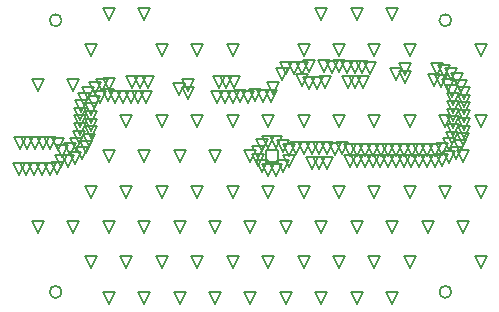
<source format=gbr>
G04*
G04 #@! TF.GenerationSoftware,Altium Limited,Altium Designer,24.9.1 (31)*
G04*
G04 Layer_Color=2752767*
%FSLAX25Y25*%
%MOIN*%
G70*
G04*
G04 #@! TF.SameCoordinates,21B9ACB0-0D47-4127-AC64-11D31CE697AE*
G04*
G04*
G04 #@! TF.FilePolarity,Positive*
G04*
G01*
G75*
%ADD49C,0.00500*%
%ADD50C,0.00667*%
D49*
X123197Y57161D02*
Y61161D01*
X127197D01*
Y57161D01*
X123197D01*
X169747Y86000D02*
X167747Y90000D01*
X171747D01*
X169747Y86000D01*
X169669Y83426D02*
X167669Y87426D01*
X171669D01*
X169669Y83426D01*
X179209Y82528D02*
X177209Y86528D01*
X181209D01*
X179209Y82528D01*
X181755Y82144D02*
X179755Y86144D01*
X183755D01*
X181755Y82144D01*
X183931Y80768D02*
X181931Y84768D01*
X185931D01*
X183931Y80768D01*
X185318Y78599D02*
X183318Y82599D01*
X187318D01*
X185318Y78599D01*
X185709Y76054D02*
X183709Y80054D01*
X187709D01*
X185709Y76054D01*
Y73479D02*
X183709Y77479D01*
X187709D01*
X185709Y73479D01*
Y70904D02*
X183709Y74904D01*
X187709D01*
X185709Y70904D01*
Y68329D02*
X183709Y72329D01*
X187709D01*
X185709Y68329D01*
Y65755D02*
X183709Y69755D01*
X187709D01*
X185709Y65755D01*
X185411Y63197D02*
X183411Y67197D01*
X187411D01*
X185411Y63197D01*
X184133Y60962D02*
X182133Y64962D01*
X186133D01*
X184133Y60962D01*
X182048Y59452D02*
X180048Y63452D01*
X184048D01*
X182048Y59452D01*
X179520Y58960D02*
X177520Y62960D01*
X181520D01*
X179520Y58960D01*
X176945D02*
X174945Y62960D01*
X178946D01*
X176945Y58960D01*
X174371D02*
X172371Y62960D01*
X176371D01*
X174371Y58960D01*
X171796D02*
X169796Y62960D01*
X173796D01*
X171796Y58960D01*
X169221D02*
X167221Y62960D01*
X171221D01*
X169221Y58960D01*
X166646D02*
X164646Y62960D01*
X168646D01*
X166646Y58960D01*
X164072D02*
X162072Y62960D01*
X166071D01*
X164072Y58960D01*
X161497D02*
X159497Y62960D01*
X163497D01*
X161497Y58960D01*
X158922D02*
X156922Y62960D01*
X160922D01*
X158922Y58960D01*
X156347D02*
X154347Y62960D01*
X158347D01*
X156347Y58960D01*
X153772D02*
X151772Y62960D01*
X155772D01*
X153772Y58960D01*
X151198D02*
X149197Y62960D01*
X153198D01*
X151198Y58960D01*
X148755Y59773D02*
X146755Y63773D01*
X150754D01*
X148755Y59773D01*
X146226Y59288D02*
X144226Y63288D01*
X148226D01*
X146226Y59288D01*
X143683Y59694D02*
X141683Y63695D01*
X145683D01*
X143683Y59694D01*
X141109Y59693D02*
X139109Y63693D01*
X143109D01*
X141109Y59693D01*
X138534Y59694D02*
X136534Y63695D01*
X140534D01*
X138534Y59694D01*
X135959Y59716D02*
X133959Y63716D01*
X137959D01*
X135959Y59716D01*
X133385Y59773D02*
X131385Y63773D01*
X135385D01*
X133385Y59773D01*
X130942Y58960D02*
X128942Y62960D01*
X132942D01*
X130942Y58960D01*
X128819Y60417D02*
X126819Y64417D01*
X130819D01*
X128819Y60417D01*
X126655Y61813D02*
X124655Y65813D01*
X128656D01*
X126655Y61813D01*
X124083Y61909D02*
X122082Y65909D01*
X126083D01*
X124083Y61909D01*
X121823Y60675D02*
X119823Y64675D01*
X123822D01*
X121823Y60675D01*
X120507Y58462D02*
X118507Y62462D01*
X122507D01*
X120507Y58462D01*
X120502Y55887D02*
X118502Y59887D01*
X122502D01*
X120502Y55887D01*
X121806Y53667D02*
X119806Y57667D01*
X123806D01*
X121806Y53667D01*
X124060Y52422D02*
X122060Y56422D01*
X126060D01*
X124060Y52422D01*
X126633Y52500D02*
X124633Y56500D01*
X128633D01*
X126633Y52500D01*
X128804Y53885D02*
X126804Y57885D01*
X130804D01*
X128804Y53885D01*
X130913Y55363D02*
X128913Y59363D01*
X132913D01*
X130913Y55363D01*
X138505Y54628D02*
X136505Y58628D01*
X140505D01*
X138505Y54628D01*
X141079D02*
X139079Y58628D01*
X143079D01*
X141079Y54628D01*
X143654D02*
X141654Y58628D01*
X145654D01*
X143654Y54628D01*
X151146Y55363D02*
X149146Y59363D01*
X153146D01*
X151146Y55363D01*
X153721D02*
X151721Y59363D01*
X155721D01*
X153721Y55363D01*
X156296D02*
X154296Y59363D01*
X158296D01*
X156296Y55363D01*
X158871D02*
X156871Y59363D01*
X160871D01*
X158871Y55363D01*
X161445D02*
X159445Y59363D01*
X163445D01*
X161445Y55363D01*
X164020D02*
X162020Y59363D01*
X166020D01*
X164020Y55363D01*
X166595D02*
X164595Y59363D01*
X168595D01*
X166595Y55363D01*
X169170D02*
X167170Y59363D01*
X171170D01*
X169170Y55363D01*
X171745D02*
X169745Y59363D01*
X173745D01*
X171745Y55363D01*
X174319D02*
X172319Y59363D01*
X176319D01*
X174319Y55363D01*
X176894D02*
X174894Y59363D01*
X178894D01*
X176894Y55363D01*
X179469D02*
X177469Y59363D01*
X181469D01*
X179469Y55363D01*
X182023Y55691D02*
X180023Y59691D01*
X184023D01*
X182023Y55691D01*
X184408Y56661D02*
X182408Y60661D01*
X186408D01*
X184408Y56661D01*
X186465Y58209D02*
X184465Y62209D01*
X188465D01*
X186465Y58209D01*
X188012Y60268D02*
X186012Y64268D01*
X190012D01*
X188012Y60268D01*
X188981Y62653D02*
X186981Y66654D01*
X190981D01*
X188981Y62653D01*
X189307Y65207D02*
X187307Y69208D01*
X191307D01*
X189307Y65207D01*
Y67782D02*
X187307Y71782D01*
X191307D01*
X189307Y67782D01*
Y70357D02*
X187307Y74357D01*
X191307D01*
X189307Y70357D01*
Y72932D02*
X187307Y76932D01*
X191307D01*
X189307Y72932D01*
Y75507D02*
X187307Y79507D01*
X191307D01*
X189307Y75507D01*
X189156Y78077D02*
X187156Y82077D01*
X191156D01*
X189156Y78077D01*
X188379Y80532D02*
X186379Y84532D01*
X190379D01*
X188379Y80532D01*
X186978Y82692D02*
X184978Y86692D01*
X188978D01*
X186978Y82692D01*
X185084Y84437D02*
X183084Y88437D01*
X187084D01*
X185084Y84437D01*
X182773Y85570D02*
X180773Y89570D01*
X184773D01*
X182773Y85570D01*
X180248Y86075D02*
X178248Y90075D01*
X182248D01*
X180248Y86075D01*
X112636Y81742D02*
X110635Y85742D01*
X114636D01*
X112636Y81742D01*
X110061Y81690D02*
X108061Y85690D01*
X112061D01*
X110061Y81690D01*
X107487Y81742D02*
X105487Y85742D01*
X109487D01*
X107487Y81742D01*
X97393Y80794D02*
X95393Y84794D01*
X99393D01*
X97393Y80794D01*
X97333Y78220D02*
X95332Y82220D01*
X99332D01*
X97333Y78220D01*
X107070Y76702D02*
X105070Y80702D01*
X109070D01*
X107070Y76702D01*
X109644Y76676D02*
X107644Y80676D01*
X111644D01*
X109644Y76676D01*
X112219D02*
X110219Y80676D01*
X114219D01*
X112219Y76676D01*
X114778Y76965D02*
X112778Y80965D01*
X116778D01*
X114778Y76965D01*
X117326Y76597D02*
X115326Y80597D01*
X119326D01*
X117326Y76597D01*
X119769Y77410D02*
X117769Y81410D01*
X121769D01*
X119769Y77410D01*
X122326Y77109D02*
X120326Y81109D01*
X124326D01*
X122326Y77109D01*
X124899Y77208D02*
X122899Y81208D01*
X126899D01*
X124899Y77208D01*
X125712Y79651D02*
X123712Y83651D01*
X127712D01*
X125712Y79651D01*
X83866Y81742D02*
X81866Y85742D01*
X85866D01*
X83866Y81742D01*
X81292Y81677D02*
X79292Y85677D01*
X83292D01*
X81292Y81677D01*
X78718Y81742D02*
X76718Y85742D01*
X80718D01*
X78718Y81742D01*
X71069Y81007D02*
X69068Y85007D01*
X73068D01*
X71069Y81007D01*
X68513Y80690D02*
X66513Y84690D01*
X70513D01*
X68513Y80690D01*
X66126Y79727D02*
X64126Y83727D01*
X68126D01*
X66126Y79727D01*
X64060Y78190D02*
X62060Y82190D01*
X66060D01*
X64060Y78190D01*
X62507Y76136D02*
X60507Y80136D01*
X64507D01*
X62507Y76136D01*
X61531Y73754D02*
X59531Y77754D01*
X63531D01*
X61531Y73754D01*
X61193Y71201D02*
X59193Y75201D01*
X63193D01*
X61193Y71201D01*
Y68626D02*
X59193Y72626D01*
X63193D01*
X61193Y68626D01*
Y66051D02*
X59193Y70051D01*
X63193D01*
X61193Y66051D01*
X61014Y63483D02*
X59014Y67483D01*
X63014D01*
X61014Y63483D01*
X59878Y61173D02*
X57878Y65173D01*
X61878D01*
X59878Y61173D01*
X57889Y59536D02*
X55889Y63537D01*
X59890D01*
X57889Y59536D01*
X55404Y58866D02*
X53404Y62866D01*
X57404D01*
X55404Y58866D01*
X53973Y61006D02*
X51973Y65006D01*
X55973D01*
X53973Y61006D01*
X51417Y61321D02*
X49417Y65320D01*
X53417D01*
X51417Y61321D01*
X48842D02*
X46842Y65320D01*
X50842D01*
X48842Y61321D01*
X46268D02*
X44267Y65320D01*
X48267D01*
X46268Y61321D01*
X43693D02*
X41693Y65320D01*
X45693D01*
X43693Y61321D01*
X41118D02*
X39118Y65320D01*
X43118D01*
X41118Y61321D01*
X40833Y52790D02*
X38833Y56790D01*
X42833D01*
X40833Y52790D01*
X43408D02*
X41408Y56790D01*
X45408D01*
X43408Y52790D01*
X45983D02*
X43983Y56790D01*
X47983D01*
X45983Y52790D01*
X48558D02*
X46558Y56790D01*
X50558D01*
X48558Y52790D01*
X51133D02*
X49133Y56790D01*
X53133D01*
X51133Y52790D01*
X53704Y52924D02*
X51704Y56924D01*
X55704D01*
X53704Y52924D01*
X54795Y55256D02*
X52795Y59256D01*
X56795D01*
X54795Y55256D01*
X57355Y55538D02*
X55355Y59538D01*
X59355D01*
X57355Y55538D01*
X59751Y56480D02*
X57751Y60480D01*
X61751D01*
X59751Y56480D01*
X61842Y57982D02*
X59842Y61982D01*
X63842D01*
X61842Y57982D01*
X63419Y60018D02*
X61419Y64018D01*
X65419D01*
X63419Y60018D01*
X64417Y62391D02*
X62418Y66391D01*
X66417D01*
X64417Y62391D01*
X64792Y64938D02*
X62792Y68938D01*
X66792D01*
X64792Y64938D01*
X64791Y67513D02*
X62791Y71513D01*
X66791D01*
X64791Y67513D01*
Y70088D02*
X62791Y74088D01*
X66791D01*
X64791Y70088D01*
X64933Y72659D02*
X62933Y76659D01*
X66933D01*
X64933Y72659D01*
X66024Y74991D02*
X64024Y78991D01*
X68024D01*
X66024Y74991D01*
X67980Y76666D02*
X65980Y80666D01*
X69980D01*
X67980Y76666D01*
X70452Y77385D02*
X68452Y81385D01*
X72452D01*
X70452Y77385D01*
X72979Y76892D02*
X70979Y80892D01*
X74979D01*
X72979Y76892D01*
X75554D02*
X73554Y80892D01*
X77554D01*
X75554Y76892D01*
X78123Y76724D02*
X76123Y80724D01*
X80123D01*
X78123Y76724D01*
X80698Y76676D02*
X78698Y80676D01*
X82698D01*
X80698Y76676D01*
X83272D02*
X81272Y80676D01*
X85272D01*
X83272Y76676D01*
X94249Y79257D02*
X92249Y83257D01*
X96249D01*
X94249Y79257D01*
X137695Y87076D02*
X135695Y91076D01*
X139695D01*
X137695Y87076D01*
X135238Y86306D02*
X133238Y90306D01*
X137238D01*
X135238Y86306D01*
X132666Y86427D02*
X130666Y90427D01*
X134666D01*
X132666Y86427D01*
X130091D02*
X128091Y90427D01*
X132091D01*
X130091Y86427D01*
X128598Y84329D02*
X126598Y88329D01*
X130598D01*
X128598Y84329D01*
X135232Y82357D02*
X133232Y86357D01*
X137232D01*
X135232Y82357D01*
X137686Y81577D02*
X135686Y85577D01*
X139685D01*
X137686Y81577D01*
X140260D02*
X138260Y85577D01*
X142260D01*
X140260Y81577D01*
X142820Y81854D02*
X140820Y85854D01*
X144820D01*
X142820Y81854D01*
X150541Y81794D02*
X148541Y85794D01*
X152541D01*
X150541Y81794D01*
X153115D02*
X151115Y85794D01*
X155115D01*
X153115Y81794D01*
X155690D02*
X153690Y85794D01*
X157690D01*
X155690Y81794D01*
X166585Y84457D02*
X164585Y88457D01*
X168585D01*
X166585Y84457D01*
X157958Y86403D02*
X155958Y90403D01*
X159958D01*
X157958Y86403D01*
X155424Y86860D02*
X153424Y90860D01*
X157424D01*
X155424Y86860D01*
X152849D02*
X150849Y90860D01*
X154849D01*
X152849Y86860D01*
X150275Y86809D02*
X148275Y90809D01*
X152275D01*
X150275Y86809D01*
X147703Y86939D02*
X145703Y90939D01*
X149703D01*
X147703Y86939D01*
X145129Y86878D02*
X143129Y90878D01*
X147129D01*
X145129Y86878D01*
X142556Y86976D02*
X140556Y90977D01*
X144556D01*
X142556Y86976D01*
X194882Y92488D02*
X192882Y96488D01*
X196882D01*
X194882Y92488D01*
Y68866D02*
X192882Y72866D01*
X196882D01*
X194882Y68866D01*
X188976Y57055D02*
X186976Y61055D01*
X190976D01*
X188976Y57055D01*
X194882Y45244D02*
X192882Y49244D01*
X196882D01*
X194882Y45244D01*
X188976Y33433D02*
X186976Y37433D01*
X190976D01*
X188976Y33433D01*
X194882Y21622D02*
X192882Y25622D01*
X196882D01*
X194882Y21622D01*
X183071Y68866D02*
X181071Y72866D01*
X185071D01*
X183071Y68866D01*
Y45244D02*
X181071Y49244D01*
X185071D01*
X183071Y45244D01*
X177165Y33433D02*
X175165Y37433D01*
X179165D01*
X177165Y33433D01*
X165354Y104299D02*
X163354Y108299D01*
X167354D01*
X165354Y104299D01*
X171260Y92488D02*
X169260Y96488D01*
X173260D01*
X171260Y92488D01*
Y68866D02*
X169260Y72866D01*
X173260D01*
X171260Y68866D01*
Y45244D02*
X169260Y49244D01*
X173260D01*
X171260Y45244D01*
X165354Y33433D02*
X163354Y37433D01*
X167354D01*
X165354Y33433D01*
X171260Y21622D02*
X169260Y25622D01*
X173260D01*
X171260Y21622D01*
X165354Y9811D02*
X163354Y13811D01*
X167354D01*
X165354Y9811D01*
X153543Y104299D02*
X151543Y108299D01*
X155543D01*
X153543Y104299D01*
X159449Y92488D02*
X157449Y96488D01*
X161449D01*
X159449Y92488D01*
Y68866D02*
X157449Y72866D01*
X161449D01*
X159449Y68866D01*
Y45244D02*
X157449Y49244D01*
X161449D01*
X159449Y45244D01*
X153543Y33433D02*
X151543Y37433D01*
X155543D01*
X153543Y33433D01*
X159449Y21622D02*
X157449Y25622D01*
X161449D01*
X159449Y21622D01*
X153543Y9811D02*
X151543Y13811D01*
X155543D01*
X153543Y9811D01*
X141732Y104299D02*
X139732Y108299D01*
X143732D01*
X141732Y104299D01*
X147638Y92488D02*
X145638Y96488D01*
X149638D01*
X147638Y92488D01*
Y68866D02*
X145638Y72866D01*
X149638D01*
X147638Y68866D01*
Y45244D02*
X145638Y49244D01*
X149638D01*
X147638Y45244D01*
X141732Y33433D02*
X139732Y37433D01*
X143732D01*
X141732Y33433D01*
X147638Y21622D02*
X145638Y25622D01*
X149638D01*
X147638Y21622D01*
X141732Y9811D02*
X139732Y13811D01*
X143732D01*
X141732Y9811D01*
X135827Y92488D02*
X133827Y96488D01*
X137827D01*
X135827Y92488D01*
Y68866D02*
X133827Y72866D01*
X137827D01*
X135827Y68866D01*
Y45244D02*
X133827Y49244D01*
X137827D01*
X135827Y45244D01*
X129921Y33433D02*
X127921Y37433D01*
X131921D01*
X129921Y33433D01*
X135827Y21622D02*
X133827Y25622D01*
X137827D01*
X135827Y21622D01*
X129921Y9811D02*
X127921Y13811D01*
X131921D01*
X129921Y9811D01*
X124016Y68866D02*
X122016Y72866D01*
X126016D01*
X124016Y68866D01*
X118110Y57055D02*
X116110Y61055D01*
X120110D01*
X118110Y57055D01*
X124016Y45244D02*
X122016Y49244D01*
X126016D01*
X124016Y45244D01*
X118110Y33433D02*
X116110Y37433D01*
X120110D01*
X118110Y33433D01*
X124016Y21622D02*
X122016Y25622D01*
X126016D01*
X124016Y21622D01*
X118110Y9811D02*
X116110Y13811D01*
X120110D01*
X118110Y9811D01*
X112205Y92488D02*
X110205Y96488D01*
X114205D01*
X112205Y92488D01*
Y68866D02*
X110205Y72866D01*
X114205D01*
X112205Y68866D01*
X106299Y57055D02*
X104299Y61055D01*
X108299D01*
X106299Y57055D01*
X112205Y45244D02*
X110205Y49244D01*
X114205D01*
X112205Y45244D01*
X106299Y33433D02*
X104299Y37433D01*
X108299D01*
X106299Y33433D01*
X112205Y21622D02*
X110205Y25622D01*
X114205D01*
X112205Y21622D01*
X106299Y9811D02*
X104299Y13811D01*
X108299D01*
X106299Y9811D01*
X100394Y92488D02*
X98394Y96488D01*
X102394D01*
X100394Y92488D01*
Y68866D02*
X98394Y72866D01*
X102394D01*
X100394Y68866D01*
X94488Y57055D02*
X92488Y61055D01*
X96488D01*
X94488Y57055D01*
X100394Y45244D02*
X98394Y49244D01*
X102394D01*
X100394Y45244D01*
X94488Y33433D02*
X92488Y37433D01*
X96488D01*
X94488Y33433D01*
X100394Y21622D02*
X98394Y25622D01*
X102394D01*
X100394Y21622D01*
X94488Y9811D02*
X92488Y13811D01*
X96488D01*
X94488Y9811D01*
X82677Y104299D02*
X80677Y108299D01*
X84677D01*
X82677Y104299D01*
X88583Y92488D02*
X86583Y96488D01*
X90583D01*
X88583Y92488D01*
Y68866D02*
X86583Y72866D01*
X90583D01*
X88583Y68866D01*
X82677Y57055D02*
X80677Y61055D01*
X84677D01*
X82677Y57055D01*
X88583Y45244D02*
X86583Y49244D01*
X90583D01*
X88583Y45244D01*
X82677Y33433D02*
X80677Y37433D01*
X84677D01*
X82677Y33433D01*
X88583Y21622D02*
X86583Y25622D01*
X90583D01*
X88583Y21622D01*
X82677Y9811D02*
X80677Y13811D01*
X84677D01*
X82677Y9811D01*
X70866Y104299D02*
X68866Y108299D01*
X72866D01*
X70866Y104299D01*
X76772Y68866D02*
X74772Y72866D01*
X78772D01*
X76772Y68866D01*
X70866Y57055D02*
X68866Y61055D01*
X72866D01*
X70866Y57055D01*
X76772Y45244D02*
X74772Y49244D01*
X78772D01*
X76772Y45244D01*
X70866Y33433D02*
X68866Y37433D01*
X72866D01*
X70866Y33433D01*
X76772Y21622D02*
X74772Y25622D01*
X78772D01*
X76772Y21622D01*
X70866Y9811D02*
X68866Y13811D01*
X72866D01*
X70866Y9811D01*
X64961Y92488D02*
X62961Y96488D01*
X66961D01*
X64961Y92488D01*
X59055Y80677D02*
X57055Y84677D01*
X61055D01*
X59055Y80677D01*
X64961Y45244D02*
X62961Y49244D01*
X66961D01*
X64961Y45244D01*
X59055Y33433D02*
X57055Y37433D01*
X61055D01*
X59055Y33433D01*
X64961Y21622D02*
X62961Y25622D01*
X66961D01*
X64961Y21622D01*
X47244Y80677D02*
X45244Y84677D01*
X49244D01*
X47244Y80677D01*
Y33433D02*
X45244Y37433D01*
X49244D01*
X47244Y33433D01*
D50*
X185071Y104331D02*
G03*
X185071Y104331I-2000J0D01*
G01*
X55150Y13780D02*
G03*
X55150Y13780I-2000J0D01*
G01*
X185071D02*
G03*
X185071Y13780I-2000J0D01*
G01*
X55150Y104331D02*
G03*
X55150Y104331I-2000J0D01*
G01*
M02*

</source>
